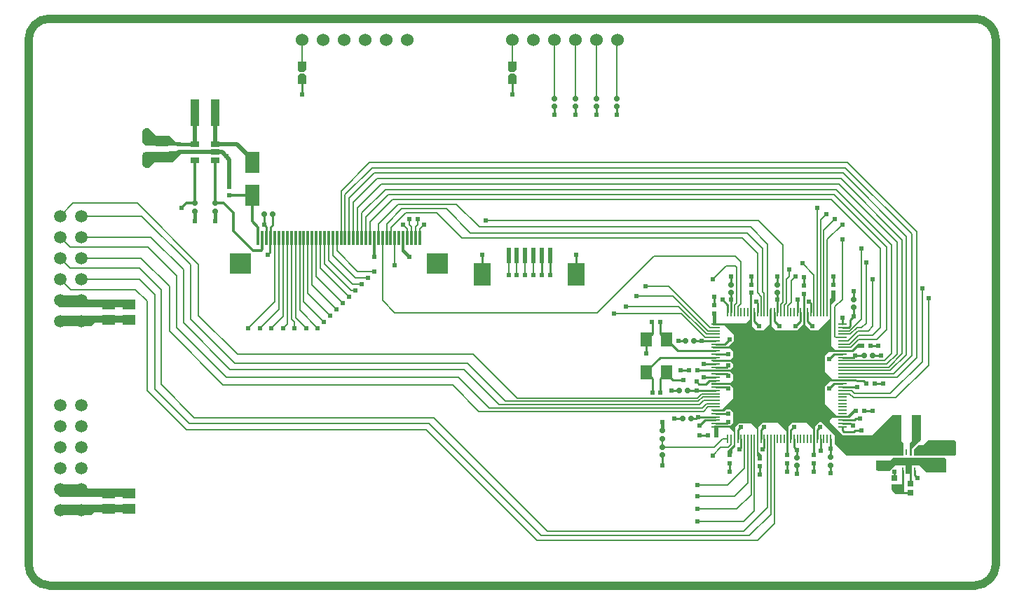
<source format=gbl>
%FSLAX24Y24*%
%MOIN*%
G70*
G01*
G75*
G04 Layer_Physical_Order=4*
G04 Layer_Color=16711680*
%ADD10C,0.0060*%
%ADD11C,0.0150*%
%ADD12C,0.0394*%
%ADD13C,0.0591*%
%ADD14C,0.0600*%
%ADD15C,0.0240*%
%ADD16C,0.0400*%
%ADD17C,0.0640*%
G04:AMPARAMS|DCode=18|XSize=80mil|YSize=80mil|CornerRadius=0mil|HoleSize=0mil|Usage=FLASHONLY|Rotation=0.000|XOffset=0mil|YOffset=0mil|HoleType=Round|Shape=Relief|Width=8mil|Gap=10mil|Entries=4|*
%AMTHD18*
7,0,0,0.0800,0.0600,0.0080,45*
%
%ADD18THD18*%
%ADD19C,0.1490*%
%ADD20C,0.0340*%
G04:AMPARAMS|DCode=21|XSize=50mil|YSize=50mil|CornerRadius=0mil|HoleSize=0mil|Usage=FLASHONLY|Rotation=0.000|XOffset=0mil|YOffset=0mil|HoleType=Round|Shape=Relief|Width=8mil|Gap=10mil|Entries=4|*
%AMTHD21*
7,0,0,0.0500,0.0300,0.0080,45*
%
%ADD21THD21*%
%ADD22R,0.0551X0.0709*%
G04:AMPARAMS|DCode=23|XSize=25.6mil|YSize=23.6mil|CornerRadius=5.9mil|HoleSize=0mil|Usage=FLASHONLY|Rotation=180.000|XOffset=0mil|YOffset=0mil|HoleType=Round|Shape=RoundedRectangle|*
%AMROUNDEDRECTD23*
21,1,0.0256,0.0118,0,0,180.0*
21,1,0.0138,0.0236,0,0,180.0*
1,1,0.0118,-0.0069,0.0059*
1,1,0.0118,0.0069,0.0059*
1,1,0.0118,0.0069,-0.0059*
1,1,0.0118,-0.0069,-0.0059*
%
%ADD23ROUNDEDRECTD23*%
%ADD24R,0.0984X0.0354*%
%ADD25R,0.0098X0.0315*%
%ADD26R,0.0236X0.0748*%
%ADD27R,0.0827X0.1102*%
%ADD28R,0.0433X0.0256*%
%ADD29R,0.0433X0.0097*%
%ADD30R,0.0433X0.0097*%
%ADD31R,0.0097X0.0433*%
%ADD32R,0.0433X0.1260*%
%ADD33R,0.0138X0.0709*%
%ADD34R,0.0126X0.0709*%
%ADD35R,0.0394X0.0433*%
%ADD36R,0.0256X0.0295*%
%ADD37R,0.0669X0.0984*%
%ADD38R,0.0591X0.0512*%
%ADD39R,0.0236X0.0197*%
G04:AMPARAMS|DCode=40|XSize=25.6mil|YSize=23.6mil|CornerRadius=5.9mil|HoleSize=0mil|Usage=FLASHONLY|Rotation=270.000|XOffset=0mil|YOffset=0mil|HoleType=Round|Shape=RoundedRectangle|*
%AMROUNDEDRECTD40*
21,1,0.0256,0.0118,0,0,270.0*
21,1,0.0138,0.0236,0,0,270.0*
1,1,0.0118,-0.0059,-0.0069*
1,1,0.0118,-0.0059,0.0069*
1,1,0.0118,0.0059,0.0069*
1,1,0.0118,0.0059,-0.0069*
%
%ADD40ROUNDEDRECTD40*%
%ADD41R,0.0197X0.0236*%
%ADD42C,0.0100*%
%ADD43C,0.0120*%
%ADD44C,0.0200*%
%ADD45C,0.0140*%
G36*
X44105Y6846D02*
X44105Y6246D01*
X44045Y6186D01*
X42105Y6186D01*
X42105Y6496D01*
X42305Y6696D01*
X42575Y6696D01*
X42785Y6906D01*
X44045Y6906D01*
X44105Y6846D01*
X44105Y6846D02*
G37*
G36*
X42445Y6936D02*
X42005Y6496D01*
X42005Y6186D01*
X41905Y6186D01*
X41905Y6786D01*
X42015Y6896D01*
X42015Y8126D01*
X42445Y8126D01*
X42445Y6936D01*
X42445Y6936D02*
G37*
G36*
X4921Y12510D02*
X3140Y12510D01*
X2990Y12360D01*
X1450Y12360D01*
X1450Y12850D01*
X4914Y12850D01*
X4921Y12857D01*
X4921Y12510D01*
X4921Y12510D02*
G37*
G36*
X38377Y13559D02*
X38188Y13370D01*
X38188Y11417D01*
X38377Y11228D01*
X39148Y11228D01*
X39432Y11512D01*
X39732Y11512D01*
X39732Y11323D01*
X39423Y11323D01*
X39234Y11134D01*
X38062Y11134D01*
X37873Y10945D01*
X37873Y10189D01*
X38251Y9811D01*
X39370Y9811D01*
X39370Y9717D01*
X38094Y9717D01*
X37873Y9496D01*
X37873Y8646D01*
X38440Y8079D01*
X38944Y8079D01*
X39291Y8425D01*
X39354Y8425D01*
X39354Y8205D01*
X39290Y8205D01*
X39070Y7984D01*
X38220Y7984D01*
X38125Y7890D01*
X38125Y7795D01*
X38755Y7165D01*
X40125Y7165D01*
X41065Y8106D01*
X41495Y8106D01*
X41495Y6896D01*
X41605Y6786D01*
X41605Y6186D01*
X38905Y6186D01*
X38346Y6745D01*
X38346Y7165D01*
X37716Y7795D01*
X37621Y7795D01*
X37401Y7575D01*
X37401Y6220D01*
X37306Y6220D01*
X37306Y7449D01*
X36991Y7764D01*
X36314Y7764D01*
X36141Y7591D01*
X36141Y6220D01*
X36046Y6220D01*
X36046Y7354D01*
X35637Y7764D01*
X34944Y7764D01*
X34724Y7543D01*
X34724Y6378D01*
X34881Y6220D01*
X34881Y6063D01*
X34755Y6063D01*
X34629Y6189D01*
X34629Y7449D01*
X34346Y7732D01*
X33810Y7732D01*
X33621Y7543D01*
X33621Y6630D01*
X33464Y6472D01*
X33464Y6283D01*
X33243Y6283D01*
X33243Y6409D01*
X33527Y6693D01*
X33527Y7323D01*
X33338Y7512D01*
X32802Y7512D01*
X32802Y7071D01*
X32613Y7071D01*
X32613Y7606D01*
X32688Y7606D01*
X33369Y7606D01*
X33495Y7732D01*
X33495Y8236D01*
X33361Y8370D01*
X33188Y8370D01*
X33117Y8299D01*
X32550Y8299D01*
X32550Y8394D01*
X32991Y8394D01*
X33495Y8898D01*
X33495Y9433D01*
X33369Y9559D01*
X32487Y9559D01*
X32487Y9654D01*
X33369Y9654D01*
X33495Y9780D01*
X33495Y10063D01*
X33369Y10189D01*
X31794Y10189D01*
X31794Y10283D01*
X33369Y10283D01*
X33495Y10409D01*
X33495Y10535D01*
X33369Y10661D01*
X32550Y10661D01*
X32550Y10756D01*
X33369Y10756D01*
X33495Y10882D01*
X33495Y11165D01*
X33369Y11291D01*
X32550Y11291D01*
X32550Y11386D01*
X33275Y11386D01*
X33527Y11638D01*
X33527Y11953D01*
X33086Y12394D01*
X32550Y12394D01*
X32550Y12961D01*
X32708Y12961D01*
X32708Y12488D01*
X34125Y12488D01*
X34314Y12677D01*
X34314Y13937D01*
X34409Y13937D01*
X34409Y12331D01*
X34598Y12142D01*
X34944Y12142D01*
X35259Y12457D01*
X35259Y13150D01*
X35354Y13150D01*
X35354Y12331D01*
X35543Y12142D01*
X36551Y12142D01*
X36834Y12425D01*
X36834Y13898D01*
X36928Y13898D01*
X36928Y12425D01*
X37212Y12142D01*
X37558Y12142D01*
X38094Y12677D01*
X38094Y13622D01*
X38188Y13717D01*
X38188Y13942D01*
X38377Y13942D01*
X38377Y13559D01*
X38377Y13559D02*
G37*
G36*
X2807Y4603D02*
X4921Y4603D01*
X4921Y4225D01*
X1475Y4225D01*
X1230Y4470D01*
X1230Y4670D01*
X1380Y4820D01*
X2590Y4820D01*
X2807Y4603D01*
X2807Y4603D02*
G37*
G36*
X4921Y3500D02*
X3140Y3500D01*
X2990Y3350D01*
X1450Y3350D01*
X1450Y3840D01*
X4914Y3840D01*
X4921Y3847D01*
X4921Y3500D01*
X4921Y3500D02*
G37*
G36*
X43655Y6006D02*
X43655Y5426D01*
X43615Y5386D01*
X42695Y5386D01*
X42345Y5736D01*
X42335Y5726D01*
X42005Y5726D01*
X42005Y5316D01*
X41715Y5316D01*
X41715Y5726D01*
X41225Y5726D01*
X40955Y5456D01*
X40375Y5456D01*
X40375Y5966D01*
X40975Y5966D01*
X41095Y6086D01*
X43575Y6086D01*
X43655Y6006D01*
X43655Y6006D02*
G37*
G36*
X41615Y4356D02*
X41235Y4356D01*
X41065Y4526D01*
X41065Y4806D01*
X41615Y4806D01*
X41615Y4356D01*
X41615Y4356D02*
G37*
G36*
X2807Y13613D02*
X4921Y13613D01*
X4921Y13235D01*
X1475Y13235D01*
X1230Y13480D01*
X1230Y13680D01*
X1380Y13830D01*
X2590Y13830D01*
X2807Y13613D01*
X2807Y13613D02*
G37*
G36*
X23190Y24295D02*
X22810Y24295D01*
X22900Y24385D01*
X23100Y24385D01*
X23190Y24295D01*
X23190Y24295D02*
G37*
G36*
X13190Y24295D02*
X12810Y24295D01*
X12900Y24385D01*
X13100Y24385D01*
X13190Y24295D01*
X13190Y24295D02*
G37*
G36*
X23100Y24445D02*
X22900Y24445D01*
X22810Y24535D01*
X23190Y24535D01*
X23100Y24445D01*
X23100Y24445D02*
G37*
G36*
X13100Y24445D02*
X12900Y24445D01*
X12810Y24535D01*
X13190Y24535D01*
X13100Y24445D01*
X13100Y24445D02*
G37*
G36*
X19941Y14843D02*
X18957Y14843D01*
X18957Y15827D01*
X19941Y15827D01*
X19941Y14843D01*
X19941Y14843D02*
G37*
G36*
X10571Y14843D02*
X9587Y14843D01*
X9587Y15827D01*
X10571Y15827D01*
X10571Y14843D01*
X10571Y14843D02*
G37*
G36*
X6062Y21423D02*
X6692Y21423D01*
X7007Y21108D01*
X7133Y21108D01*
X7133Y20950D01*
X5558Y20950D01*
X5401Y21108D01*
X5401Y21612D01*
X5558Y21769D01*
X5716Y21769D01*
X6062Y21423D01*
X6062Y21423D02*
G37*
G36*
X7228Y20541D02*
X6850Y20163D01*
X5999Y20163D01*
X5716Y19879D01*
X5558Y19879D01*
X5401Y20037D01*
X5401Y20509D01*
X5558Y20667D01*
X6629Y20667D01*
X6661Y20698D01*
X7228Y20698D01*
X7228Y20541D01*
X7228Y20541D02*
G37*
D10*
X39050Y12126D02*
X39600Y12676D01*
X38712Y12126D02*
X39050Y12126D01*
X39600Y12676D02*
X39600Y16050D01*
X39394Y12270D02*
X39620Y12270D01*
X39092Y11968D02*
X39394Y12270D01*
X38712Y11968D02*
X39092Y11968D01*
X18602Y16535D02*
X18602Y16988D01*
X18814Y17200D01*
X23000Y24750D02*
X23000Y26000D01*
X13000Y24750D02*
X13000Y26000D01*
X25000Y23200D02*
X25000Y26000D01*
X26000Y23200D02*
X26000Y26000D01*
X27000Y23200D02*
X27000Y26000D01*
X27990Y23200D02*
X27990Y25990D01*
X18514Y17190D02*
X18514Y17450D01*
X18406Y17081D02*
X18514Y17190D01*
X18406Y16535D02*
X18406Y17081D01*
X19410Y17740D02*
X20615Y16535D01*
X17940Y17740D02*
X19410Y17740D01*
X17250Y17050D02*
X17940Y17740D01*
X19860Y17940D02*
X21010Y16790D01*
X17740Y17940D02*
X19860Y17940D01*
X17028Y17228D02*
X17740Y17940D01*
X20340Y18160D02*
X21430Y17070D01*
X17560Y18160D02*
X20340Y18160D01*
X16634Y17234D02*
X17560Y18160D01*
X38170Y18390D02*
X40510Y16050D01*
X17310Y18390D02*
X38170Y18390D01*
X16240Y17320D02*
X17310Y18390D01*
X18209Y16535D02*
X18209Y17081D01*
X18100Y17190D02*
X18209Y17081D01*
X18100Y17190D02*
X18100Y17450D01*
X17800Y17200D02*
X18012Y16988D01*
X18012Y16535D02*
X18012Y16988D01*
X15059Y18609D02*
X16343Y19893D01*
X38849Y19893D01*
X15256Y18436D02*
X16456Y19636D01*
X38743Y19636D01*
X15453Y18253D02*
X16579Y19379D01*
X38636Y19379D01*
X38541Y19110D02*
X41300Y16351D01*
X16760Y19110D02*
X38541Y19110D01*
X15650Y18000D02*
X16760Y19110D01*
X15846Y17746D02*
X16964Y18864D01*
X38423Y18864D01*
X16043Y17543D02*
X17107Y18607D01*
X38317Y18607D01*
X22832Y14780D02*
X22832Y15727D01*
X23226Y14780D02*
X23226Y15727D01*
X23620Y14780D02*
X23620Y15727D01*
X24013Y14780D02*
X24013Y15727D01*
X33952Y16535D02*
X34661Y15827D01*
X20615Y16535D02*
X33952Y16535D01*
X34190Y16790D02*
X34920Y16060D01*
X21010Y16790D02*
X34190Y16790D01*
X34330Y17070D02*
X35149Y16251D01*
X21430Y17070D02*
X34330Y17070D01*
X29750Y15700D02*
X33600Y15700D01*
X27050Y13000D02*
X29750Y15700D01*
X17400Y13000D02*
X27050Y13000D01*
X38956Y20150D02*
X42250Y16856D01*
X42250Y10850D02*
X42250Y16856D01*
X38849Y19893D02*
X42000Y16742D01*
X42000Y10950D02*
X42000Y16742D01*
X38743Y19636D02*
X41750Y16628D01*
X41750Y11000D02*
X41750Y16628D01*
X38636Y19379D02*
X41550Y16465D01*
X41550Y11048D02*
X41550Y16465D01*
X41300Y11030D02*
X41300Y16351D01*
X38423Y18864D02*
X41054Y16233D01*
X41054Y11039D02*
X41054Y16233D01*
X38317Y18607D02*
X40810Y16114D01*
X40810Y12190D02*
X40810Y16114D01*
X40510Y12290D02*
X40510Y16050D01*
X38346Y11858D02*
X38346Y13276D01*
X38346Y11858D02*
X38393Y11811D01*
X38712Y11811D01*
X38712Y11654D02*
X38991Y11654D01*
X38712Y11496D02*
X39054Y11496D01*
X38712Y11339D02*
X39117Y11339D01*
X38712Y10709D02*
X40724Y10709D01*
X29385Y10142D02*
X29385Y10205D01*
X30330Y11654D02*
X30330Y11717D01*
X35779Y13012D02*
X35779Y13386D01*
X35889Y13496D01*
X35936Y13012D02*
X35936Y13354D01*
X36046Y13465D01*
X36094Y13012D02*
X36094Y13323D01*
X34834Y13012D02*
X34834Y13764D01*
X34661Y13937D02*
X34834Y13764D01*
X34991Y13012D02*
X34991Y13921D01*
X33574Y13012D02*
X33574Y13354D01*
X33732Y13012D02*
X33732Y13291D01*
X33873Y13433D01*
X32188Y11811D02*
X32688Y11811D01*
X32251Y11968D02*
X32688Y11968D01*
X32314Y12126D02*
X32688Y12126D01*
X32409Y12283D02*
X32688Y12283D01*
X31999Y9134D02*
X32688Y9134D01*
X32109Y8299D02*
X32314Y8504D01*
X32688Y8504D01*
X31794Y8929D02*
X31999Y9134D01*
X33003Y6988D02*
X33259Y6988D01*
X32615Y6600D02*
X33003Y6988D01*
X34361Y4331D02*
X34361Y6988D01*
X36094Y13323D02*
X36267Y13496D01*
X36267Y14504D01*
X36487Y14724D01*
X36046Y13465D02*
X36046Y14598D01*
X36172Y14724D01*
X36172Y15039D01*
X34204Y4882D02*
X34204Y6988D01*
X30130Y6600D02*
X30130Y6994D01*
X40724Y10709D02*
X41054Y11039D01*
X37983Y13012D02*
X37983Y16483D01*
X37668Y13012D02*
X37668Y17419D01*
X37511Y13012D02*
X37511Y18000D01*
X37354Y13012D02*
X37354Y14796D01*
X34661Y13937D02*
X34661Y15827D01*
X33873Y13433D02*
X33873Y15427D01*
X30130Y6600D02*
X32615Y6600D01*
X2120Y18220D02*
X5160Y18220D01*
X1500Y17600D02*
X2120Y18220D01*
X2500Y17600D02*
X5370Y17600D01*
X32046Y8457D02*
X32251Y8661D01*
X32688Y8661D01*
X31920Y8614D02*
X32125Y8819D01*
X32688Y8819D01*
X31857Y8772D02*
X32062Y8976D01*
X32688Y8976D01*
X23231Y8929D02*
X31794Y8929D01*
X2500Y16600D02*
X5820Y16600D01*
X1990Y16110D02*
X5690Y16110D01*
X1500Y16600D02*
X1990Y16110D01*
X2500Y15600D02*
X5350Y15600D01*
X19270Y8000D02*
X24670Y2600D01*
X7880Y8000D02*
X19270Y8000D01*
X1500Y15600D02*
X1970Y15130D01*
X5260Y15130D01*
X19040Y7720D02*
X24390Y2370D01*
X7640Y7720D02*
X19040Y7720D01*
X2500Y14600D02*
X5260Y14600D01*
X1500Y14600D02*
X2000Y14100D01*
X5090Y14100D01*
X7510Y7420D02*
X18900Y7420D01*
X24170Y2150D01*
X9930Y11010D02*
X21150Y11010D01*
X23231Y8929D01*
X9810Y10580D02*
X20860Y10580D01*
X22668Y8772D01*
X31857Y8772D01*
X9580Y10290D02*
X20710Y10290D01*
X22386Y8614D01*
X31920Y8614D01*
X9400Y9930D02*
X20430Y9930D01*
X21903Y8457D01*
X32046Y8457D01*
X9250Y9560D02*
X20160Y9560D01*
X21421Y8299D01*
X32109Y8299D01*
X8080Y12860D02*
X9930Y11010D01*
X8080Y12860D02*
X8080Y15300D01*
X5160Y18220D02*
X8080Y15300D01*
X7700Y12690D02*
X9810Y10580D01*
X7700Y12690D02*
X7700Y15270D01*
X5370Y17600D02*
X7700Y15270D01*
X7360Y12510D02*
X9580Y10290D01*
X7360Y12510D02*
X7360Y15060D01*
X5820Y16600D02*
X7360Y15060D01*
X7050Y12280D02*
X9400Y9930D01*
X7050Y12280D02*
X7050Y14750D01*
X5690Y16110D02*
X7050Y14750D01*
X6700Y12110D02*
X9250Y9560D01*
X6700Y12110D02*
X6700Y14250D01*
X5350Y15600D02*
X6700Y14250D01*
X6300Y9580D02*
X7880Y8000D01*
X6300Y9580D02*
X6300Y14090D01*
X5260Y15130D02*
X6300Y14090D01*
X6000Y9360D02*
X7640Y7720D01*
X6000Y9360D02*
X6000Y13860D01*
X5260Y14600D02*
X6000Y13860D01*
X5640Y9290D02*
X7510Y7420D01*
X5640Y9290D02*
X5640Y13550D01*
X5090Y14100D02*
X5640Y13550D01*
X33250Y4800D02*
X34046Y5596D01*
X34046Y6988D01*
X32550Y6200D02*
X32921Y6571D01*
X31800Y4800D02*
X33250Y4800D01*
X33572Y4250D02*
X34204Y4882D01*
X31800Y4250D02*
X33572Y4250D01*
X33681Y3650D02*
X34361Y4331D01*
X31800Y3650D02*
X33681Y3650D01*
X24170Y2150D02*
X34660Y2150D01*
X35464Y2954D01*
X35464Y6988D01*
X24390Y2370D02*
X34280Y2370D01*
X35306Y3396D01*
X35306Y6988D01*
X24670Y2600D02*
X34020Y2600D01*
X35149Y3729D01*
X35149Y6988D01*
X34519Y3551D02*
X34519Y6988D01*
X34018Y3050D02*
X34519Y3551D01*
X31800Y3050D02*
X34018Y3050D01*
X36800Y15350D02*
X37354Y14796D01*
X33574Y13354D02*
X33684Y13465D01*
X33684Y15166D01*
X33620Y15230D02*
X33684Y15166D01*
X31049Y12950D02*
X32188Y11811D01*
X38346Y13276D02*
X38700Y13630D01*
X38700Y16490D01*
X37983Y16483D02*
X38700Y17200D01*
X37826Y13012D02*
X37826Y16926D01*
X38350Y17450D01*
X37668Y17419D02*
X37950Y17700D01*
X27850Y12950D02*
X31049Y12950D01*
X30920Y13300D02*
X32251Y11968D01*
X28400Y13300D02*
X30920Y13300D01*
X33180Y15230D02*
X33620Y15230D01*
X32550Y14600D02*
X33180Y15230D01*
X33600Y15700D02*
X33873Y15427D01*
X16831Y13569D02*
X17400Y13000D01*
X16831Y13569D02*
X16831Y16535D01*
X17250Y16561D02*
X17250Y17050D01*
X17224Y16535D02*
X17250Y16561D01*
X17028Y16535D02*
X17028Y17228D01*
X35149Y13012D02*
X35149Y16251D01*
X16634Y16535D02*
X16634Y17234D01*
X35889Y13496D02*
X35889Y16211D01*
X34700Y17400D02*
X35889Y16211D01*
X21750Y17400D02*
X34700Y17400D01*
X17421Y15251D02*
X17421Y16535D01*
X16240Y16535D02*
X16240Y17320D01*
X16043Y16535D02*
X16043Y17543D01*
X15846Y16535D02*
X15846Y17746D01*
X15650Y16535D02*
X15650Y18000D01*
X15453Y16535D02*
X15453Y18253D01*
X15256Y16535D02*
X15256Y18436D01*
X15059Y16535D02*
X15059Y18609D01*
X14862Y16535D02*
X14862Y18787D01*
X16225Y20150D01*
X41250Y8950D02*
X42800Y10500D01*
X42800Y13700D01*
X40990Y9140D02*
X42500Y10650D01*
X42500Y14150D01*
X38712Y9921D02*
X41321Y9921D01*
X42250Y10850D01*
X16225Y20150D02*
X38956Y20150D01*
X14665Y15935D02*
X14665Y16535D01*
X14665Y15935D02*
X15650Y14950D01*
X16450Y14950D01*
X14468Y15732D02*
X14468Y16535D01*
X14468Y15732D02*
X15550Y14650D01*
X16150Y14650D01*
X14272Y15478D02*
X14272Y16535D01*
X14272Y15478D02*
X15400Y14350D01*
X15850Y14350D01*
X13878Y15122D02*
X13878Y16535D01*
X13878Y15122D02*
X15250Y13750D01*
X13681Y14719D02*
X13681Y16535D01*
X13681Y14719D02*
X14950Y13450D01*
X13484Y14316D02*
X13484Y16535D01*
X13484Y14316D02*
X14650Y13150D01*
X13287Y13913D02*
X13287Y16535D01*
X13287Y13913D02*
X14350Y12850D01*
X13091Y13509D02*
X13091Y16535D01*
X13091Y13509D02*
X14050Y12550D01*
X12894Y13106D02*
X12894Y16535D01*
X12894Y13106D02*
X13750Y12250D01*
X12697Y12753D02*
X12697Y16535D01*
X12500Y12700D02*
X12500Y16535D01*
X12303Y12453D02*
X12303Y16535D01*
X12106Y12806D02*
X12106Y16535D01*
X12697Y12753D02*
X13200Y12250D01*
X11000Y12250D02*
X11909Y13159D01*
X11909Y16535D01*
X11550Y12250D02*
X12106Y12806D01*
X12100Y12250D02*
X12303Y12453D01*
X12500Y12700D02*
X12650Y12550D01*
X12650Y12250D02*
X12650Y12550D01*
X10450Y12250D02*
X11713Y13513D01*
X11713Y16535D01*
X32677Y11170D02*
X32688Y11181D01*
X32921Y6571D02*
X33279Y6571D01*
X33417Y6709D01*
X33417Y6988D01*
X28900Y13800D02*
X30640Y13800D01*
X32314Y12126D01*
X29350Y14250D02*
X30442Y14250D01*
X32409Y12283D01*
X39117Y11339D02*
X39488Y11709D01*
X39054Y11496D02*
X39478Y11920D01*
X38991Y11654D02*
X39458Y12120D01*
X39488Y11709D02*
X40329Y11709D01*
X39478Y11920D02*
X40140Y11920D01*
X39458Y12120D02*
X39930Y12120D01*
X39620Y12270D02*
X39850Y12500D01*
X39850Y15400D01*
X40329Y11709D02*
X40810Y12190D01*
X39930Y12120D02*
X40150Y12340D01*
X40150Y14598D01*
X40140Y11920D02*
X40510Y12290D01*
X34920Y13993D02*
X34991Y13921D01*
X34920Y13993D02*
X34920Y16060D01*
X38712Y9134D02*
X39046Y9134D01*
X39230Y8950D01*
X41250Y8950D01*
X38712Y9291D02*
X39139Y9291D01*
X39290Y9140D01*
X40990Y9140D01*
X38712Y10079D02*
X41129Y10079D01*
X42000Y10950D01*
X38712Y10236D02*
X40986Y10236D01*
X41750Y11000D01*
X38712Y10394D02*
X40895Y10394D01*
X41550Y11048D01*
X38712Y10551D02*
X40821Y10551D01*
X41300Y11030D01*
X14075Y15305D02*
X14075Y16535D01*
X14075Y15305D02*
X15330Y14050D01*
X15550Y14050D01*
D11*
X7133Y21009D02*
X7920Y21009D01*
X8865Y17360D02*
X8865Y17816D01*
X7920Y17360D02*
X7920Y17816D01*
X30130Y7387D02*
X30130Y7781D01*
X17815Y15951D02*
X18104Y15662D01*
D12*
X0Y1000D02*
G03*
X1000Y0I1000J0D01*
G01*
X1000Y27000D02*
G03*
X0Y26000I0J-1000D01*
G01*
X45000Y0D02*
G03*
X46000Y1000I0J1000D01*
G01*
X46001Y26000D02*
G03*
X45001Y27000I-1000J0D01*
G01*
X1000Y0D02*
X45000Y0D01*
X0Y1000D02*
X0Y26000D01*
X46000Y1000D02*
X46000Y26000D01*
X1000Y27000D02*
X45001Y27000D01*
D13*
X1500Y17600D02*
D03*
X1500Y16600D02*
D03*
X1500Y15600D02*
D03*
X1500Y12600D02*
D03*
X1500Y13600D02*
D03*
X1500Y14600D02*
D03*
X2500Y14600D02*
D03*
X2500Y13600D02*
D03*
X2500Y12600D02*
D03*
X2500Y15600D02*
D03*
X2500Y16600D02*
D03*
X2500Y17600D02*
D03*
X1500Y8600D02*
D03*
X1500Y7600D02*
D03*
X1500Y6600D02*
D03*
X1500Y3600D02*
D03*
X1500Y4600D02*
D03*
X1500Y5600D02*
D03*
X2500Y5600D02*
D03*
X2500Y4600D02*
D03*
X2500Y3600D02*
D03*
X2500Y6600D02*
D03*
X2500Y7600D02*
D03*
X2500Y8600D02*
D03*
D14*
X13000Y26000D02*
D03*
X14000Y26000D02*
D03*
X15000Y26000D02*
D03*
X16000Y26000D02*
D03*
X17000Y26000D02*
D03*
X18000Y26000D02*
D03*
X23000Y26000D02*
D03*
X24000Y26000D02*
D03*
X25000Y26000D02*
D03*
X26000Y26000D02*
D03*
X27000Y26000D02*
D03*
X28000Y26000D02*
D03*
D15*
X42046Y5909D02*
D03*
X41684Y5906D02*
D03*
X31918Y7612D02*
D03*
X18814Y17200D02*
D03*
X23000Y23400D02*
D03*
X13000Y23400D02*
D03*
X27990Y22425D02*
D03*
X27000Y22425D02*
D03*
X26000Y22425D02*
D03*
X25000Y22425D02*
D03*
X18514Y17450D02*
D03*
X18100Y17450D02*
D03*
X17800Y17200D02*
D03*
X22832Y14780D02*
D03*
X23226Y14780D02*
D03*
X23620Y14780D02*
D03*
X24013Y14780D02*
D03*
X24801Y14780D02*
D03*
X24407Y14780D02*
D03*
X21592Y15749D02*
D03*
X26041Y15749D02*
D03*
X37668Y6402D02*
D03*
X37653Y7543D02*
D03*
X38062Y10787D02*
D03*
X39196Y7606D02*
D03*
X39610Y7387D02*
D03*
X39540Y7953D02*
D03*
X39400Y9450D02*
D03*
X38062Y9370D02*
D03*
X38712Y12752D02*
D03*
X36487Y12362D02*
D03*
X33275Y7795D02*
D03*
X33275Y9370D02*
D03*
X33275Y10000D02*
D03*
X31007Y10236D02*
D03*
X33275Y10472D02*
D03*
X32102Y10551D02*
D03*
X36566Y13622D02*
D03*
X33275Y11024D02*
D03*
X33338Y11732D02*
D03*
X34598Y13528D02*
D03*
X34755Y12362D02*
D03*
X35700Y12362D02*
D03*
X37117Y13528D02*
D03*
X37275Y12362D02*
D03*
X33417Y13622D02*
D03*
X33401Y14724D02*
D03*
X30563Y9300D02*
D03*
X30713Y7953D02*
D03*
X31920Y7165D02*
D03*
X33354Y5433D02*
D03*
X34787Y5276D02*
D03*
X36078Y5433D02*
D03*
X36530Y5313D02*
D03*
X37354Y5433D02*
D03*
X38141Y5339D02*
D03*
X40141Y8315D02*
D03*
X40637Y9620D02*
D03*
X40537Y10945D02*
D03*
X40424Y11417D02*
D03*
X39243Y14026D02*
D03*
X38283Y14724D02*
D03*
X36881Y14685D02*
D03*
X35606Y14724D02*
D03*
X34361Y14724D02*
D03*
X35621Y13622D02*
D03*
X41145Y5906D02*
D03*
X41185Y5406D02*
D03*
X41165Y6656D02*
D03*
X42275Y5126D02*
D03*
X42755Y5576D02*
D03*
X43955Y6346D02*
D03*
X43955Y6746D02*
D03*
X33810Y6472D02*
D03*
X34913Y6472D02*
D03*
X11201Y17191D02*
D03*
X5558Y21612D02*
D03*
X5558Y21139D02*
D03*
X5558Y20037D02*
D03*
X5558Y20509D02*
D03*
X8865Y17360D02*
D03*
X7920Y17360D02*
D03*
X31133Y9780D02*
D03*
X29385Y11055D02*
D03*
X36172Y15039D02*
D03*
X31800Y3650D02*
D03*
X30130Y5734D02*
D03*
X30130Y7781D02*
D03*
X36487Y14724D02*
D03*
X7291Y17990D02*
D03*
X18104Y15662D02*
D03*
X16437Y15649D02*
D03*
X36393Y7543D02*
D03*
X32550Y6200D02*
D03*
X31800Y4800D02*
D03*
X31800Y4250D02*
D03*
X31800Y3050D02*
D03*
X9558Y19580D02*
D03*
X9407Y20440D02*
D03*
X36800Y15350D02*
D03*
X32550Y14600D02*
D03*
X42800Y13700D02*
D03*
X27850Y12950D02*
D03*
X40150Y14598D02*
D03*
X38700Y16490D02*
D03*
X39850Y15400D02*
D03*
X39600Y16050D02*
D03*
X38700Y17200D02*
D03*
X38350Y17450D02*
D03*
X37950Y17700D02*
D03*
X37511Y18000D02*
D03*
X28400Y13300D02*
D03*
X28900Y13800D02*
D03*
X29350Y14250D02*
D03*
X21750Y17400D02*
D03*
X17421Y15251D02*
D03*
X42500Y14150D02*
D03*
X16450Y14950D02*
D03*
X16150Y14650D02*
D03*
X15850Y14350D02*
D03*
X14950Y13450D02*
D03*
X15250Y13750D02*
D03*
X15550Y14050D02*
D03*
X13750Y12250D02*
D03*
X14050Y12550D02*
D03*
X14350Y12850D02*
D03*
X14650Y13150D02*
D03*
X11370Y15750D02*
D03*
X10450Y12250D02*
D03*
X11000Y12250D02*
D03*
X11550Y12250D02*
D03*
X12100Y12250D02*
D03*
X12650Y12250D02*
D03*
X13200Y12250D02*
D03*
X33275Y8189D02*
D03*
X34976Y7543D02*
D03*
X33873Y7543D02*
D03*
X38141Y6510D02*
D03*
X31840Y8031D02*
D03*
X31770Y9291D02*
D03*
X31760Y9710D02*
D03*
X32102Y9921D02*
D03*
X39322Y10945D02*
D03*
X36529Y6462D02*
D03*
X39243Y12803D02*
D03*
X32613Y13748D02*
D03*
X33000Y13610D02*
D03*
X31999Y11650D02*
D03*
X30910Y11654D02*
D03*
D22*
X29385Y10142D02*
D03*
X30330Y10142D02*
D03*
X30330Y11717D02*
D03*
X29385Y11717D02*
D03*
D23*
X25000Y23200D02*
D03*
X25000Y22806D02*
D03*
X35606Y14331D02*
D03*
X35606Y13937D02*
D03*
X38141Y5732D02*
D03*
X38141Y6126D02*
D03*
X36530Y5706D02*
D03*
X36530Y6100D02*
D03*
X33401Y14331D02*
D03*
X33401Y13937D02*
D03*
X39243Y13632D02*
D03*
X39243Y13239D02*
D03*
X30130Y7387D02*
D03*
X30130Y6994D02*
D03*
X30130Y6600D02*
D03*
X30130Y6206D02*
D03*
X7920Y18210D02*
D03*
X7920Y17816D02*
D03*
X8865Y18210D02*
D03*
X8865Y17816D02*
D03*
X27990Y22806D02*
D03*
X27990Y23200D02*
D03*
X27000Y22806D02*
D03*
X27000Y23200D02*
D03*
X26000Y22806D02*
D03*
X26000Y23200D02*
D03*
D24*
X41857Y5906D02*
D03*
D25*
X42153Y6339D02*
D03*
X41956Y6339D02*
D03*
X41759Y6339D02*
D03*
X41562Y6339D02*
D03*
X41562Y5472D02*
D03*
X41759Y5472D02*
D03*
X41956Y5472D02*
D03*
X42153Y5472D02*
D03*
D26*
X22832Y15727D02*
D03*
X23226Y15727D02*
D03*
X23620Y15727D02*
D03*
X24013Y15727D02*
D03*
X24407Y15727D02*
D03*
X24801Y15727D02*
D03*
D27*
X21592Y14802D02*
D03*
X26041Y14802D02*
D03*
D28*
X8865Y21009D02*
D03*
X8865Y20635D02*
D03*
X8865Y20261D02*
D03*
X7920Y20261D02*
D03*
X7920Y21009D02*
D03*
D29*
X32688Y7559D02*
D03*
D30*
X32688Y7717D02*
D03*
X32688Y7874D02*
D03*
X32688Y8031D02*
D03*
X32688Y8189D02*
D03*
X32688Y8346D02*
D03*
X32688Y8504D02*
D03*
X32688Y8661D02*
D03*
X32688Y8819D02*
D03*
X32688Y8976D02*
D03*
X32688Y9134D02*
D03*
X32688Y9291D02*
D03*
X32688Y9449D02*
D03*
X32688Y9606D02*
D03*
X32688Y9764D02*
D03*
X32688Y9921D02*
D03*
X32688Y10079D02*
D03*
X32688Y10236D02*
D03*
X32688Y10394D02*
D03*
X32688Y10551D02*
D03*
X32688Y10709D02*
D03*
X32688Y10866D02*
D03*
X32688Y11024D02*
D03*
X32688Y11181D02*
D03*
X32688Y11339D02*
D03*
X32688Y11496D02*
D03*
X32688Y11654D02*
D03*
X32688Y11811D02*
D03*
X32688Y11968D02*
D03*
X32688Y12126D02*
D03*
X32688Y12283D02*
D03*
X32688Y12441D02*
D03*
X38712Y12441D02*
D03*
X38712Y12283D02*
D03*
X38712Y12126D02*
D03*
X38712Y11968D02*
D03*
X38712Y11811D02*
D03*
X38712Y11654D02*
D03*
X38712Y11496D02*
D03*
X38712Y11339D02*
D03*
X38712Y11181D02*
D03*
X38712Y11024D02*
D03*
X38712Y10866D02*
D03*
X38712Y10709D02*
D03*
X38712Y10551D02*
D03*
X38712Y10394D02*
D03*
X38712Y10236D02*
D03*
X38712Y10079D02*
D03*
X38712Y9921D02*
D03*
X38712Y9764D02*
D03*
X38712Y9606D02*
D03*
X38712Y9449D02*
D03*
X38712Y9291D02*
D03*
X38712Y9134D02*
D03*
X38712Y8976D02*
D03*
X38712Y8819D02*
D03*
X38712Y8661D02*
D03*
X38712Y8504D02*
D03*
X38712Y8346D02*
D03*
X38712Y8189D02*
D03*
X38712Y8031D02*
D03*
X38712Y7874D02*
D03*
X38712Y7717D02*
D03*
X38712Y7559D02*
D03*
D31*
X33259Y13012D02*
D03*
X33417Y13012D02*
D03*
X33574Y13012D02*
D03*
X33732Y13012D02*
D03*
X33889Y13012D02*
D03*
X34046Y13012D02*
D03*
X34204Y13012D02*
D03*
X34361Y13012D02*
D03*
X34519Y13012D02*
D03*
X34676Y13012D02*
D03*
X34834Y13012D02*
D03*
X34991Y13012D02*
D03*
X35149Y13012D02*
D03*
X35306Y13012D02*
D03*
X35464Y13012D02*
D03*
X35621Y13012D02*
D03*
X35779Y13012D02*
D03*
X35936Y13012D02*
D03*
X36094Y13012D02*
D03*
X36251Y13012D02*
D03*
X36409Y13012D02*
D03*
X36566Y13012D02*
D03*
X36724Y13012D02*
D03*
X36881Y13012D02*
D03*
X37039Y13012D02*
D03*
X37196Y13012D02*
D03*
X37354Y13012D02*
D03*
X37511Y13012D02*
D03*
X37668Y13012D02*
D03*
X37826Y13012D02*
D03*
X37983Y13012D02*
D03*
X38141Y13012D02*
D03*
X38141Y6988D02*
D03*
X37983Y6988D02*
D03*
X37826Y6988D02*
D03*
X37668Y6988D02*
D03*
X37511Y6988D02*
D03*
X37354Y6988D02*
D03*
X37196Y6988D02*
D03*
X37039Y6988D02*
D03*
X36881Y6988D02*
D03*
X36724Y6988D02*
D03*
X36566Y6988D02*
D03*
X36409Y6988D02*
D03*
X36251Y6988D02*
D03*
X36094Y6988D02*
D03*
X35936Y6988D02*
D03*
X35779Y6988D02*
D03*
X35621Y6988D02*
D03*
X35464Y6988D02*
D03*
X35306Y6988D02*
D03*
X35149Y6988D02*
D03*
X34991Y6988D02*
D03*
X34834Y6988D02*
D03*
X34676Y6988D02*
D03*
X34519Y6988D02*
D03*
X34361Y6988D02*
D03*
X34204Y6988D02*
D03*
X34046Y6988D02*
D03*
X33889Y6988D02*
D03*
X33732Y6988D02*
D03*
X33574Y6988D02*
D03*
X33417Y6988D02*
D03*
X33259Y6988D02*
D03*
D32*
X8865Y22525D02*
D03*
X7920Y22525D02*
D03*
X41273Y7480D02*
D03*
X42218Y7480D02*
D03*
D33*
X18602Y16535D02*
D03*
X18406Y16535D02*
D03*
X18209Y16535D02*
D03*
X18012Y16535D02*
D03*
X17815Y16535D02*
D03*
X17618Y16535D02*
D03*
X17421Y16535D02*
D03*
X17224Y16535D02*
D03*
X17028Y16535D02*
D03*
X16831Y16535D02*
D03*
X16634Y16535D02*
D03*
X16437Y16535D02*
D03*
X16240Y16535D02*
D03*
X16043Y16535D02*
D03*
X15846Y16535D02*
D03*
X15650Y16535D02*
D03*
X15453Y16535D02*
D03*
X15256Y16535D02*
D03*
X15059Y16535D02*
D03*
X14862Y16535D02*
D03*
X14665Y16535D02*
D03*
X14468Y16535D02*
D03*
X14272Y16535D02*
D03*
X14075Y16535D02*
D03*
X13878Y16535D02*
D03*
X13681Y16535D02*
D03*
X13484Y16535D02*
D03*
X13287Y16535D02*
D03*
X13091Y16535D02*
D03*
X12894Y16535D02*
D03*
X12697Y16535D02*
D03*
X12500Y16535D02*
D03*
X12303Y16535D02*
D03*
X12106Y16535D02*
D03*
X10925Y16535D02*
D03*
D34*
X11909Y16535D02*
D03*
X11713Y16535D02*
D03*
X11516Y16535D02*
D03*
X11319Y16535D02*
D03*
X11122Y16535D02*
D03*
D35*
X13000Y24081D02*
D03*
X13000Y24750D02*
D03*
X23000Y24081D02*
D03*
X23000Y24750D02*
D03*
D36*
X41956Y4410D02*
D03*
X41956Y4843D02*
D03*
X41185Y5102D02*
D03*
X41185Y4669D02*
D03*
D37*
X10629Y20165D02*
D03*
X10629Y18590D02*
D03*
D38*
X6346Y20419D02*
D03*
X6346Y21167D02*
D03*
X3819Y13398D02*
D03*
X3819Y12650D02*
D03*
X4764Y13398D02*
D03*
X4764Y12650D02*
D03*
X3819Y4390D02*
D03*
X3819Y3642D02*
D03*
X4764Y4390D02*
D03*
X4764Y3642D02*
D03*
X43355Y5752D02*
D03*
X43355Y6500D02*
D03*
X40605Y5711D02*
D03*
X40605Y6459D02*
D03*
D39*
X9558Y18590D02*
D03*
X9558Y18984D02*
D03*
X32613Y12961D02*
D03*
X32613Y13354D02*
D03*
X34361Y13937D02*
D03*
X34361Y14331D02*
D03*
X36881Y13898D02*
D03*
X36881Y14291D02*
D03*
X33354Y6220D02*
D03*
X33354Y5827D02*
D03*
X34787Y6063D02*
D03*
X34787Y5669D02*
D03*
X36078Y6220D02*
D03*
X36078Y5827D02*
D03*
X37354Y6220D02*
D03*
X37354Y5827D02*
D03*
X38283Y13937D02*
D03*
X38283Y14331D02*
D03*
X42725Y6336D02*
D03*
X42725Y5942D02*
D03*
X7133Y21021D02*
D03*
X7133Y20627D02*
D03*
D40*
X31256Y11654D02*
D03*
X31650Y11654D02*
D03*
X11201Y17679D02*
D03*
X11594Y17679D02*
D03*
X31106Y7953D02*
D03*
X31500Y7953D02*
D03*
X30956Y9300D02*
D03*
X31350Y9300D02*
D03*
X40144Y10945D02*
D03*
X39750Y10945D02*
D03*
D41*
X29661Y9197D02*
D03*
X30054Y9197D02*
D03*
X30047Y12550D02*
D03*
X29653Y12550D02*
D03*
X39637Y11417D02*
D03*
X40031Y11417D02*
D03*
X32708Y7165D02*
D03*
X32314Y7165D02*
D03*
X39850Y9620D02*
D03*
X40244Y9620D02*
D03*
X39354Y8315D02*
D03*
X39747Y8315D02*
D03*
X31794Y10236D02*
D03*
X31401Y10236D02*
D03*
D42*
X39090Y12366D02*
X39090Y12650D01*
X39008Y12283D02*
X39090Y12366D01*
X38712Y12283D02*
X39008Y12283D01*
X39354Y7953D02*
X39540Y7953D01*
X39243Y12803D02*
X39243Y13239D01*
X39090Y12650D02*
X39243Y12803D01*
X23000Y23400D02*
X23000Y24081D01*
X13000Y23400D02*
X13000Y24081D01*
X25000Y22425D02*
X25000Y22806D01*
X26000Y22425D02*
X26000Y22806D01*
X27000Y22425D02*
X27000Y22806D01*
X27990Y22425D02*
X27990Y22806D01*
X24801Y14780D02*
X24801Y15727D01*
X24407Y14780D02*
X24407Y15727D01*
X21592Y14802D02*
X21592Y15749D01*
X26041Y14802D02*
X26041Y15749D01*
X39243Y10866D02*
X39322Y10945D01*
X39750Y10945D01*
X33732Y7402D02*
X33873Y7543D01*
X33732Y6988D02*
X33732Y7402D01*
X34834Y7402D02*
X34976Y7543D01*
X34834Y6988D02*
X34834Y7402D01*
X36251Y6988D02*
X36251Y7402D01*
X36393Y7543D01*
X37668Y6402D02*
X37668Y6988D01*
X37511Y7402D02*
X37653Y7543D01*
X38062Y10787D02*
X38298Y11024D01*
X37511Y6988D02*
X37511Y7402D01*
X38141Y6126D02*
X38141Y6988D01*
X39086Y7717D02*
X39196Y7606D01*
X38712Y7717D02*
X39086Y7717D01*
X39259Y7323D02*
X39322Y7386D01*
X39610Y7386D01*
X38787Y7323D02*
X39259Y7323D01*
X38712Y7398D02*
X38787Y7323D01*
X38712Y7398D02*
X38712Y7559D01*
X39275Y7874D02*
X39354Y7953D01*
X38712Y7874D02*
X39275Y7874D01*
X38712Y9449D02*
X39400Y9449D01*
X38298Y9606D02*
X38712Y9606D01*
X38062Y9370D02*
X38298Y9606D01*
X38298Y11024D02*
X38712Y11024D01*
X38712Y12441D02*
X38712Y12752D01*
X36724Y12598D02*
X36724Y13012D01*
X36487Y12362D02*
X36724Y12598D01*
X32180Y7874D02*
X32688Y7874D01*
X33196Y7717D02*
X33275Y7795D01*
X32688Y7717D02*
X33196Y7717D01*
X32688Y9449D02*
X33196Y9449D01*
X33275Y9370D01*
X32688Y10079D02*
X33196Y10079D01*
X33275Y10000D01*
X30910Y11654D02*
X31256Y11654D01*
X31007Y10236D02*
X31401Y10236D01*
X33196Y10394D02*
X33275Y10472D01*
X32688Y10394D02*
X33196Y10394D01*
X32102Y10551D02*
X32688Y10551D01*
X31832Y8031D02*
X32688Y8031D01*
X31350Y9291D02*
X32688Y9291D01*
X36566Y13012D02*
X36566Y13622D01*
X29385Y10205D02*
X30046Y10866D01*
X32688Y11024D02*
X33275Y11024D01*
X32688Y11496D02*
X33102Y11496D01*
X33338Y11732D01*
X34676Y13012D02*
X34676Y13449D01*
X34598Y13528D02*
X34676Y13449D01*
X34519Y12598D02*
X34755Y12362D01*
X34519Y12598D02*
X34519Y13012D01*
X35464Y12598D02*
X35464Y13012D01*
X35464Y12598D02*
X35700Y12362D01*
X37117Y13528D02*
X37196Y13449D01*
X37196Y13012D02*
X37196Y13449D01*
X37039Y12598D02*
X37275Y12362D01*
X37039Y12598D02*
X37039Y13012D01*
X38712Y10866D02*
X39243Y10866D01*
X33417Y13012D02*
X33417Y13921D01*
X33401Y14331D02*
X33401Y14724D01*
X30563Y9300D02*
X30956Y9300D01*
X30713Y7953D02*
X31106Y7953D01*
X31920Y7165D02*
X32314Y7165D01*
X33354Y5433D02*
X33354Y5827D01*
X34787Y5276D02*
X34787Y5669D01*
X36078Y5433D02*
X36078Y5827D01*
X36530Y5313D02*
X36530Y5706D01*
X37354Y5433D02*
X37354Y5827D01*
X38141Y5339D02*
X38141Y5732D01*
X39747Y8315D02*
X40141Y8315D01*
X40244Y9620D02*
X40637Y9620D01*
X40144Y10945D02*
X40537Y10945D01*
X40031Y11417D02*
X40424Y11417D01*
X39243Y13632D02*
X39243Y14026D01*
X38283Y14331D02*
X38283Y14724D01*
X36881Y14291D02*
X36881Y14685D01*
X35606Y14331D02*
X35606Y14724D01*
X34361Y14331D02*
X34361Y14724D01*
X35621Y13012D02*
X35621Y13921D01*
X29385Y11717D02*
X29661Y11992D01*
X29661Y12550D01*
X30054Y9866D02*
X30330Y10142D01*
X30054Y9197D02*
X30054Y9866D01*
X29385Y10142D02*
X29661Y9866D01*
X42153Y5248D02*
X42153Y5472D01*
X42153Y5248D02*
X42275Y5126D01*
X41562Y4406D02*
X41562Y5472D01*
X41956Y4843D02*
X41956Y5472D01*
X41185Y5102D02*
X41185Y5406D01*
X41562Y4406D02*
X41951Y4406D01*
X33810Y6472D02*
X33889Y6551D01*
X33889Y6988D01*
X34991Y6551D02*
X34991Y6988D01*
X34913Y6472D02*
X34991Y6551D01*
X11516Y16535D02*
X11516Y17073D01*
X11201Y17191D02*
X11201Y17679D01*
X11516Y17073D02*
X11594Y17151D01*
X11594Y17679D01*
X30330Y10142D02*
X30440Y10031D01*
X30440Y9969D02*
X30440Y10031D01*
X30440Y9969D02*
X30629Y9780D01*
X31133Y9780D01*
X29385Y11055D02*
X29385Y11717D01*
X30130Y5734D02*
X30130Y6206D01*
X29661Y9197D02*
X29661Y9866D01*
X11201Y17191D02*
X11319Y17073D01*
X11319Y16535D02*
X11319Y17073D01*
X30054Y11992D02*
X30330Y11717D01*
X30054Y11992D02*
X30054Y12550D01*
X11492Y16512D02*
X11516Y16535D01*
X11370Y15750D02*
X11492Y15872D01*
X11492Y16512D01*
X30046Y10866D02*
X32688Y10866D01*
X30330Y11717D02*
X30865Y11181D01*
X32688Y11181D01*
X32688Y8189D02*
X33275Y8189D01*
X31918Y7612D02*
X32180Y7874D01*
X31753Y7953D02*
X31832Y8031D01*
X31500Y7953D02*
X31753Y7953D01*
X32102Y9921D02*
X32688Y9921D01*
X32203Y9590D02*
X32377Y9764D01*
X31880Y9590D02*
X32203Y9590D01*
X31760Y9710D02*
X31880Y9590D01*
X32377Y9764D02*
X32688Y9764D01*
X33259Y13012D02*
X33259Y13351D01*
X36529Y6100D02*
X36529Y6462D01*
X36409Y6583D02*
X36529Y6462D01*
X36409Y6583D02*
X36409Y6988D01*
X39370Y9760D02*
X39710Y9760D01*
X39850Y9620D01*
X32613Y13354D02*
X32613Y13748D01*
X33000Y13610D02*
X33259Y13351D01*
X31650Y11654D02*
X32688Y11654D01*
D43*
X9558Y18590D02*
X10629Y18590D01*
X7511Y18210D02*
X7920Y18210D01*
X7291Y17990D02*
X7511Y18210D01*
X11122Y16012D02*
X11122Y16535D01*
X11060Y15950D02*
X11122Y16012D01*
X9290Y18210D02*
X9740Y17760D01*
X8865Y18210D02*
X9290Y18210D01*
X9740Y16900D02*
X9740Y17760D01*
X9740Y16900D02*
X10690Y15950D01*
X11060Y15950D01*
X10629Y17361D02*
X10925Y17065D01*
X10925Y16535D02*
X10925Y17065D01*
X10629Y17361D02*
X10629Y18590D01*
X8865Y18210D02*
X8865Y20261D01*
X7920Y18210D02*
X7920Y20261D01*
D44*
X7133Y20635D02*
X9212Y20635D01*
X9558Y20289D01*
X8865Y21009D02*
X9912Y21009D01*
X8865Y21009D02*
X8865Y22525D01*
X7920Y21009D02*
X7920Y22525D01*
X9558Y18984D02*
X9558Y20289D01*
X9912Y21009D02*
X10571Y20350D01*
D45*
X17815Y15951D02*
X17815Y16535D01*
X16437Y15649D02*
X16437Y16535D01*
M02*

</source>
